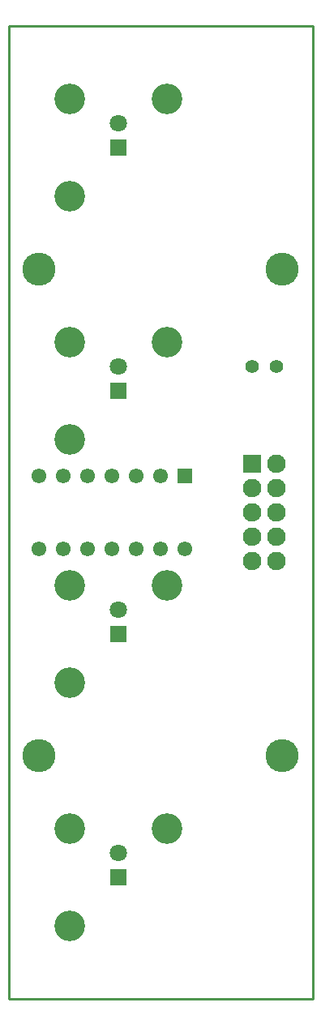
<source format=gts>
G04 (created by PCBNEW-RS274X (20100406 SVN-R2509)-final) date Thu 17 Jun 2010 02:36:26 PM PDT*
G01*
G70*
G90*
%MOIN*%
G04 Gerber Fmt 3.4, Leading zero omitted, Abs format*
%FSLAX34Y34*%
G04 APERTURE LIST*
%ADD10C,0.001000*%
%ADD11C,0.009000*%
%ADD12C,0.126000*%
%ADD13R,0.071000X0.071000*%
%ADD14C,0.071000*%
%ADD15R,0.061000X0.061000*%
%ADD16C,0.061000*%
%ADD17C,0.055000*%
%ADD18R,0.076000X0.076000*%
%ADD19C,0.076000*%
%ADD20C,0.136000*%
G04 APERTURE END LIST*
G54D10*
G54D11*
X62750Y-22000D02*
X50250Y-22000D01*
X62750Y-62000D02*
X62750Y-22000D01*
X50250Y-62000D02*
X62750Y-62000D01*
X50250Y-22000D02*
X50250Y-62000D01*
G54D12*
X52750Y-55000D03*
X52750Y-59000D03*
G54D13*
X54750Y-57000D03*
G54D14*
X54750Y-56000D03*
G54D12*
X56750Y-55000D03*
X52750Y-45000D03*
X52750Y-49000D03*
G54D13*
X54750Y-47000D03*
G54D14*
X54750Y-46000D03*
G54D12*
X56750Y-45000D03*
X52750Y-35000D03*
X52750Y-39000D03*
G54D13*
X54750Y-37000D03*
G54D14*
X54750Y-36000D03*
G54D12*
X56750Y-35000D03*
X52750Y-25000D03*
X52750Y-29000D03*
G54D13*
X54750Y-27000D03*
G54D14*
X54750Y-26000D03*
G54D12*
X56750Y-25000D03*
G54D15*
X57500Y-40500D03*
G54D16*
X56500Y-40500D03*
X55500Y-40500D03*
X54500Y-40500D03*
X53500Y-40500D03*
X52500Y-40500D03*
X51500Y-40500D03*
X51500Y-43500D03*
X52500Y-43500D03*
X53500Y-43500D03*
X54500Y-43500D03*
X55500Y-43500D03*
X56500Y-43500D03*
X57500Y-43500D03*
G54D17*
X61250Y-36000D03*
X60250Y-36000D03*
G54D18*
X60250Y-40000D03*
G54D19*
X61250Y-40000D03*
X60250Y-41000D03*
X61250Y-41000D03*
X60250Y-42000D03*
X61250Y-42000D03*
X60250Y-43000D03*
X61250Y-43000D03*
X60250Y-44000D03*
X61250Y-44000D03*
G54D20*
X51500Y-32000D03*
X61500Y-32000D03*
X51500Y-52000D03*
X61500Y-52000D03*
M02*

</source>
